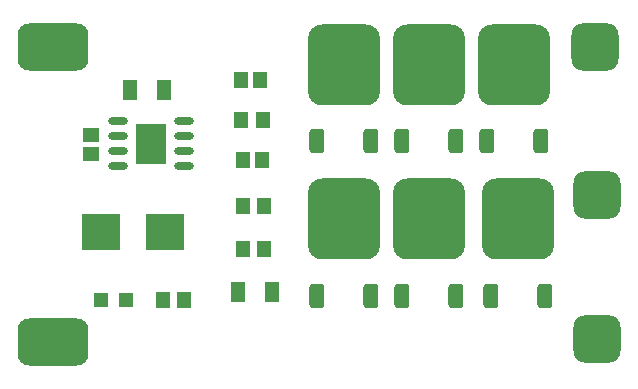
<source format=gtp>
G04*
G04 #@! TF.GenerationSoftware,Altium Limited,Altium Designer,20.0.13 (296)*
G04*
G04 Layer_Color=8421504*
%FSLAX44Y44*%
%MOMM*%
G71*
G01*
G75*
G04:AMPARAMS|DCode=17|XSize=1.27mm|YSize=2.032mm|CornerRadius=0.254mm|HoleSize=0mm|Usage=FLASHONLY|Rotation=0.000|XOffset=0mm|YOffset=0mm|HoleType=Round|Shape=RoundedRectangle|*
%AMROUNDEDRECTD17*
21,1,1.2700,1.5240,0,0,0.0*
21,1,0.7620,2.0320,0,0,0.0*
1,1,0.5080,0.3810,-0.7620*
1,1,0.5080,-0.3810,-0.7620*
1,1,0.5080,-0.3810,0.7620*
1,1,0.5080,0.3810,0.7620*
%
%ADD17ROUNDEDRECTD17*%
G04:AMPARAMS|DCode=18|XSize=6.096mm|YSize=6.858mm|CornerRadius=1.2192mm|HoleSize=0mm|Usage=FLASHONLY|Rotation=0.000|XOffset=0mm|YOffset=0mm|HoleType=Round|Shape=RoundedRectangle|*
%AMROUNDEDRECTD18*
21,1,6.0960,4.4196,0,0,0.0*
21,1,3.6576,6.8580,0,0,0.0*
1,1,2.4384,1.8288,-2.2098*
1,1,2.4384,-1.8288,-2.2098*
1,1,2.4384,-1.8288,2.2098*
1,1,2.4384,1.8288,2.2098*
%
%ADD18ROUNDEDRECTD18*%
%ADD19R,2.5600X3.4500*%
%ADD20O,1.6500X0.6500*%
%ADD21R,1.2000X1.4000*%
%ADD22R,3.2000X3.1500*%
%ADD23R,1.2000X1.2000*%
%ADD24R,1.3000X1.8000*%
%ADD25R,1.4000X1.3000*%
G04:AMPARAMS|DCode=26|XSize=4mm|YSize=4mm|CornerRadius=1mm|HoleSize=0mm|Usage=FLASHONLY|Rotation=90.000|XOffset=0mm|YOffset=0mm|HoleType=Round|Shape=RoundedRectangle|*
%AMROUNDEDRECTD26*
21,1,4.0000,2.0000,0,0,90.0*
21,1,2.0000,4.0000,0,0,90.0*
1,1,2.0000,1.0000,1.0000*
1,1,2.0000,1.0000,-1.0000*
1,1,2.0000,-1.0000,-1.0000*
1,1,2.0000,-1.0000,1.0000*
%
%ADD26ROUNDEDRECTD26*%
G04:AMPARAMS|DCode=27|XSize=4mm|YSize=6mm|CornerRadius=1mm|HoleSize=0mm|Usage=FLASHONLY|Rotation=90.000|XOffset=0mm|YOffset=0mm|HoleType=Round|Shape=RoundedRectangle|*
%AMROUNDEDRECTD27*
21,1,4.0000,4.0000,0,0,90.0*
21,1,2.0000,6.0000,0,0,90.0*
1,1,2.0000,2.0000,1.0000*
1,1,2.0000,2.0000,-1.0000*
1,1,2.0000,-2.0000,-1.0000*
1,1,2.0000,-2.0000,1.0000*
%
%ADD27ROUNDEDRECTD27*%
%ADD28R,1.3000X1.4000*%
D17*
X927390Y775230D02*
D03*
X973110D02*
D03*
X1045360D02*
D03*
X999640D02*
D03*
X973360Y644250D02*
D03*
X927640Y644250D02*
D03*
X1045610Y644250D02*
D03*
X999890D02*
D03*
X1117360Y775230D02*
D03*
X1071640D02*
D03*
X1120470Y644250D02*
D03*
X1074750D02*
D03*
D18*
X950250Y840000D02*
D03*
X1022500D02*
D03*
X950500Y709020D02*
D03*
X1022750D02*
D03*
X1094500Y840000D02*
D03*
X1097610Y709020D02*
D03*
D19*
X787000Y772750D02*
D03*
D20*
X815250Y753700D02*
D03*
X815250Y766400D02*
D03*
X815250Y779100D02*
D03*
Y791800D02*
D03*
X758750Y753700D02*
D03*
Y766400D02*
D03*
Y779100D02*
D03*
Y791800D02*
D03*
D21*
X863500Y793250D02*
D03*
X881500D02*
D03*
X797000Y640750D02*
D03*
X815000D02*
D03*
X883000Y683750D02*
D03*
X865000D02*
D03*
X883000Y720250D02*
D03*
X865000D02*
D03*
D22*
X744500Y698000D02*
D03*
X799000D02*
D03*
D23*
X766000Y640750D02*
D03*
X745000D02*
D03*
D24*
X769250Y818500D02*
D03*
X798250D02*
D03*
X860750Y647000D02*
D03*
X889750D02*
D03*
D25*
X736250Y764250D02*
D03*
X736250Y780250D02*
D03*
D26*
X1162750Y854750D02*
D03*
X1164500Y729500D02*
D03*
X1164750Y607250D02*
D03*
D27*
X703750Y604750D02*
D03*
X704250Y855250D02*
D03*
D28*
X879250Y827000D02*
D03*
X863250D02*
D03*
X880750Y759250D02*
D03*
X864750D02*
D03*
M02*

</source>
